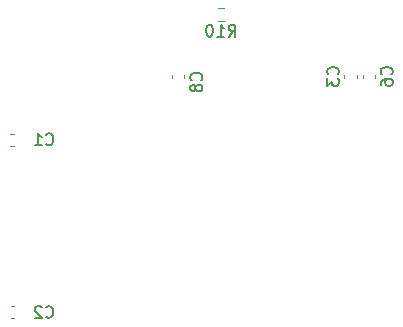
<source format=gbr>
%TF.GenerationSoftware,KiCad,Pcbnew,7.0.7*%
%TF.CreationDate,2023-11-07T21:09:30+00:00*%
%TF.ProjectId,clock_divider,636c6f63-6b5f-4646-9976-696465722e6b,rev?*%
%TF.SameCoordinates,Original*%
%TF.FileFunction,Legend,Bot*%
%TF.FilePolarity,Positive*%
%FSLAX46Y46*%
G04 Gerber Fmt 4.6, Leading zero omitted, Abs format (unit mm)*
G04 Created by KiCad (PCBNEW 7.0.7) date 2023-11-07 21:09:30*
%MOMM*%
%LPD*%
G01*
G04 APERTURE LIST*
%ADD10C,0.150000*%
%ADD11C,0.120000*%
G04 APERTURE END LIST*
D10*
X161769580Y-70833333D02*
X161817200Y-70785714D01*
X161817200Y-70785714D02*
X161864819Y-70642857D01*
X161864819Y-70642857D02*
X161864819Y-70547619D01*
X161864819Y-70547619D02*
X161817200Y-70404762D01*
X161817200Y-70404762D02*
X161721961Y-70309524D01*
X161721961Y-70309524D02*
X161626723Y-70261905D01*
X161626723Y-70261905D02*
X161436247Y-70214286D01*
X161436247Y-70214286D02*
X161293390Y-70214286D01*
X161293390Y-70214286D02*
X161102914Y-70261905D01*
X161102914Y-70261905D02*
X161007676Y-70309524D01*
X161007676Y-70309524D02*
X160912438Y-70404762D01*
X160912438Y-70404762D02*
X160864819Y-70547619D01*
X160864819Y-70547619D02*
X160864819Y-70642857D01*
X160864819Y-70642857D02*
X160912438Y-70785714D01*
X160912438Y-70785714D02*
X160960057Y-70833333D01*
X160864819Y-71166667D02*
X160864819Y-71785714D01*
X160864819Y-71785714D02*
X161245771Y-71452381D01*
X161245771Y-71452381D02*
X161245771Y-71595238D01*
X161245771Y-71595238D02*
X161293390Y-71690476D01*
X161293390Y-71690476D02*
X161341009Y-71738095D01*
X161341009Y-71738095D02*
X161436247Y-71785714D01*
X161436247Y-71785714D02*
X161674342Y-71785714D01*
X161674342Y-71785714D02*
X161769580Y-71738095D01*
X161769580Y-71738095D02*
X161817200Y-71690476D01*
X161817200Y-71690476D02*
X161864819Y-71595238D01*
X161864819Y-71595238D02*
X161864819Y-71309524D01*
X161864819Y-71309524D02*
X161817200Y-71214286D01*
X161817200Y-71214286D02*
X161769580Y-71166667D01*
X166309580Y-70833333D02*
X166357200Y-70785714D01*
X166357200Y-70785714D02*
X166404819Y-70642857D01*
X166404819Y-70642857D02*
X166404819Y-70547619D01*
X166404819Y-70547619D02*
X166357200Y-70404762D01*
X166357200Y-70404762D02*
X166261961Y-70309524D01*
X166261961Y-70309524D02*
X166166723Y-70261905D01*
X166166723Y-70261905D02*
X165976247Y-70214286D01*
X165976247Y-70214286D02*
X165833390Y-70214286D01*
X165833390Y-70214286D02*
X165642914Y-70261905D01*
X165642914Y-70261905D02*
X165547676Y-70309524D01*
X165547676Y-70309524D02*
X165452438Y-70404762D01*
X165452438Y-70404762D02*
X165404819Y-70547619D01*
X165404819Y-70547619D02*
X165404819Y-70642857D01*
X165404819Y-70642857D02*
X165452438Y-70785714D01*
X165452438Y-70785714D02*
X165500057Y-70833333D01*
X165404819Y-71690476D02*
X165404819Y-71500000D01*
X165404819Y-71500000D02*
X165452438Y-71404762D01*
X165452438Y-71404762D02*
X165500057Y-71357143D01*
X165500057Y-71357143D02*
X165642914Y-71261905D01*
X165642914Y-71261905D02*
X165833390Y-71214286D01*
X165833390Y-71214286D02*
X166214342Y-71214286D01*
X166214342Y-71214286D02*
X166309580Y-71261905D01*
X166309580Y-71261905D02*
X166357200Y-71309524D01*
X166357200Y-71309524D02*
X166404819Y-71404762D01*
X166404819Y-71404762D02*
X166404819Y-71595238D01*
X166404819Y-71595238D02*
X166357200Y-71690476D01*
X166357200Y-71690476D02*
X166309580Y-71738095D01*
X166309580Y-71738095D02*
X166214342Y-71785714D01*
X166214342Y-71785714D02*
X165976247Y-71785714D01*
X165976247Y-71785714D02*
X165881009Y-71738095D01*
X165881009Y-71738095D02*
X165833390Y-71690476D01*
X165833390Y-71690476D02*
X165785771Y-71595238D01*
X165785771Y-71595238D02*
X165785771Y-71404762D01*
X165785771Y-71404762D02*
X165833390Y-71309524D01*
X165833390Y-71309524D02*
X165881009Y-71261905D01*
X165881009Y-71261905D02*
X165976247Y-71214286D01*
X150189580Y-71323333D02*
X150237200Y-71275714D01*
X150237200Y-71275714D02*
X150284819Y-71132857D01*
X150284819Y-71132857D02*
X150284819Y-71037619D01*
X150284819Y-71037619D02*
X150237200Y-70894762D01*
X150237200Y-70894762D02*
X150141961Y-70799524D01*
X150141961Y-70799524D02*
X150046723Y-70751905D01*
X150046723Y-70751905D02*
X149856247Y-70704286D01*
X149856247Y-70704286D02*
X149713390Y-70704286D01*
X149713390Y-70704286D02*
X149522914Y-70751905D01*
X149522914Y-70751905D02*
X149427676Y-70799524D01*
X149427676Y-70799524D02*
X149332438Y-70894762D01*
X149332438Y-70894762D02*
X149284819Y-71037619D01*
X149284819Y-71037619D02*
X149284819Y-71132857D01*
X149284819Y-71132857D02*
X149332438Y-71275714D01*
X149332438Y-71275714D02*
X149380057Y-71323333D01*
X149713390Y-71894762D02*
X149665771Y-71799524D01*
X149665771Y-71799524D02*
X149618152Y-71751905D01*
X149618152Y-71751905D02*
X149522914Y-71704286D01*
X149522914Y-71704286D02*
X149475295Y-71704286D01*
X149475295Y-71704286D02*
X149380057Y-71751905D01*
X149380057Y-71751905D02*
X149332438Y-71799524D01*
X149332438Y-71799524D02*
X149284819Y-71894762D01*
X149284819Y-71894762D02*
X149284819Y-72085238D01*
X149284819Y-72085238D02*
X149332438Y-72180476D01*
X149332438Y-72180476D02*
X149380057Y-72228095D01*
X149380057Y-72228095D02*
X149475295Y-72275714D01*
X149475295Y-72275714D02*
X149522914Y-72275714D01*
X149522914Y-72275714D02*
X149618152Y-72228095D01*
X149618152Y-72228095D02*
X149665771Y-72180476D01*
X149665771Y-72180476D02*
X149713390Y-72085238D01*
X149713390Y-72085238D02*
X149713390Y-71894762D01*
X149713390Y-71894762D02*
X149761009Y-71799524D01*
X149761009Y-71799524D02*
X149808628Y-71751905D01*
X149808628Y-71751905D02*
X149903866Y-71704286D01*
X149903866Y-71704286D02*
X150094342Y-71704286D01*
X150094342Y-71704286D02*
X150189580Y-71751905D01*
X150189580Y-71751905D02*
X150237200Y-71799524D01*
X150237200Y-71799524D02*
X150284819Y-71894762D01*
X150284819Y-71894762D02*
X150284819Y-72085238D01*
X150284819Y-72085238D02*
X150237200Y-72180476D01*
X150237200Y-72180476D02*
X150189580Y-72228095D01*
X150189580Y-72228095D02*
X150094342Y-72275714D01*
X150094342Y-72275714D02*
X149903866Y-72275714D01*
X149903866Y-72275714D02*
X149808628Y-72228095D01*
X149808628Y-72228095D02*
X149761009Y-72180476D01*
X149761009Y-72180476D02*
X149713390Y-72085238D01*
X137066666Y-91349580D02*
X137114285Y-91397200D01*
X137114285Y-91397200D02*
X137257142Y-91444819D01*
X137257142Y-91444819D02*
X137352380Y-91444819D01*
X137352380Y-91444819D02*
X137495237Y-91397200D01*
X137495237Y-91397200D02*
X137590475Y-91301961D01*
X137590475Y-91301961D02*
X137638094Y-91206723D01*
X137638094Y-91206723D02*
X137685713Y-91016247D01*
X137685713Y-91016247D02*
X137685713Y-90873390D01*
X137685713Y-90873390D02*
X137638094Y-90682914D01*
X137638094Y-90682914D02*
X137590475Y-90587676D01*
X137590475Y-90587676D02*
X137495237Y-90492438D01*
X137495237Y-90492438D02*
X137352380Y-90444819D01*
X137352380Y-90444819D02*
X137257142Y-90444819D01*
X137257142Y-90444819D02*
X137114285Y-90492438D01*
X137114285Y-90492438D02*
X137066666Y-90540057D01*
X136685713Y-90540057D02*
X136638094Y-90492438D01*
X136638094Y-90492438D02*
X136542856Y-90444819D01*
X136542856Y-90444819D02*
X136304761Y-90444819D01*
X136304761Y-90444819D02*
X136209523Y-90492438D01*
X136209523Y-90492438D02*
X136161904Y-90540057D01*
X136161904Y-90540057D02*
X136114285Y-90635295D01*
X136114285Y-90635295D02*
X136114285Y-90730533D01*
X136114285Y-90730533D02*
X136161904Y-90873390D01*
X136161904Y-90873390D02*
X136733332Y-91444819D01*
X136733332Y-91444819D02*
X136114285Y-91444819D01*
X137066666Y-76739580D02*
X137114285Y-76787200D01*
X137114285Y-76787200D02*
X137257142Y-76834819D01*
X137257142Y-76834819D02*
X137352380Y-76834819D01*
X137352380Y-76834819D02*
X137495237Y-76787200D01*
X137495237Y-76787200D02*
X137590475Y-76691961D01*
X137590475Y-76691961D02*
X137638094Y-76596723D01*
X137638094Y-76596723D02*
X137685713Y-76406247D01*
X137685713Y-76406247D02*
X137685713Y-76263390D01*
X137685713Y-76263390D02*
X137638094Y-76072914D01*
X137638094Y-76072914D02*
X137590475Y-75977676D01*
X137590475Y-75977676D02*
X137495237Y-75882438D01*
X137495237Y-75882438D02*
X137352380Y-75834819D01*
X137352380Y-75834819D02*
X137257142Y-75834819D01*
X137257142Y-75834819D02*
X137114285Y-75882438D01*
X137114285Y-75882438D02*
X137066666Y-75930057D01*
X136114285Y-76834819D02*
X136685713Y-76834819D01*
X136399999Y-76834819D02*
X136399999Y-75834819D01*
X136399999Y-75834819D02*
X136495237Y-75977676D01*
X136495237Y-75977676D02*
X136590475Y-76072914D01*
X136590475Y-76072914D02*
X136685713Y-76120533D01*
X152532857Y-67634819D02*
X152866190Y-67158628D01*
X153104285Y-67634819D02*
X153104285Y-66634819D01*
X153104285Y-66634819D02*
X152723333Y-66634819D01*
X152723333Y-66634819D02*
X152628095Y-66682438D01*
X152628095Y-66682438D02*
X152580476Y-66730057D01*
X152580476Y-66730057D02*
X152532857Y-66825295D01*
X152532857Y-66825295D02*
X152532857Y-66968152D01*
X152532857Y-66968152D02*
X152580476Y-67063390D01*
X152580476Y-67063390D02*
X152628095Y-67111009D01*
X152628095Y-67111009D02*
X152723333Y-67158628D01*
X152723333Y-67158628D02*
X153104285Y-67158628D01*
X151580476Y-67634819D02*
X152151904Y-67634819D01*
X151866190Y-67634819D02*
X151866190Y-66634819D01*
X151866190Y-66634819D02*
X151961428Y-66777676D01*
X151961428Y-66777676D02*
X152056666Y-66872914D01*
X152056666Y-66872914D02*
X152151904Y-66920533D01*
X150961428Y-66634819D02*
X150866190Y-66634819D01*
X150866190Y-66634819D02*
X150770952Y-66682438D01*
X150770952Y-66682438D02*
X150723333Y-66730057D01*
X150723333Y-66730057D02*
X150675714Y-66825295D01*
X150675714Y-66825295D02*
X150628095Y-67015771D01*
X150628095Y-67015771D02*
X150628095Y-67253866D01*
X150628095Y-67253866D02*
X150675714Y-67444342D01*
X150675714Y-67444342D02*
X150723333Y-67539580D01*
X150723333Y-67539580D02*
X150770952Y-67587200D01*
X150770952Y-67587200D02*
X150866190Y-67634819D01*
X150866190Y-67634819D02*
X150961428Y-67634819D01*
X150961428Y-67634819D02*
X151056666Y-67587200D01*
X151056666Y-67587200D02*
X151104285Y-67539580D01*
X151104285Y-67539580D02*
X151151904Y-67444342D01*
X151151904Y-67444342D02*
X151199523Y-67253866D01*
X151199523Y-67253866D02*
X151199523Y-67015771D01*
X151199523Y-67015771D02*
X151151904Y-66825295D01*
X151151904Y-66825295D02*
X151104285Y-66730057D01*
X151104285Y-66730057D02*
X151056666Y-66682438D01*
X151056666Y-66682438D02*
X150961428Y-66634819D01*
D11*
%TO.C,C3*%
X162330000Y-70859420D02*
X162330000Y-71140580D01*
X163350000Y-70859420D02*
X163350000Y-71140580D01*
%TO.C,C6*%
X163910000Y-70859420D02*
X163910000Y-71140580D01*
X164930000Y-70859420D02*
X164930000Y-71140580D01*
%TO.C,C8*%
X147760000Y-70859420D02*
X147760000Y-71140580D01*
X148780000Y-70859420D02*
X148780000Y-71140580D01*
%TO.C,C2*%
X134340580Y-90480000D02*
X134059420Y-90480000D01*
X134340580Y-91500000D02*
X134059420Y-91500000D01*
%TO.C,C1*%
X134320580Y-75870000D02*
X134039420Y-75870000D01*
X134320580Y-76890000D02*
X134039420Y-76890000D01*
%TO.C,R10*%
X151652742Y-66272500D02*
X152127258Y-66272500D01*
X151652742Y-65227500D02*
X152127258Y-65227500D01*
%TD*%
M02*

</source>
